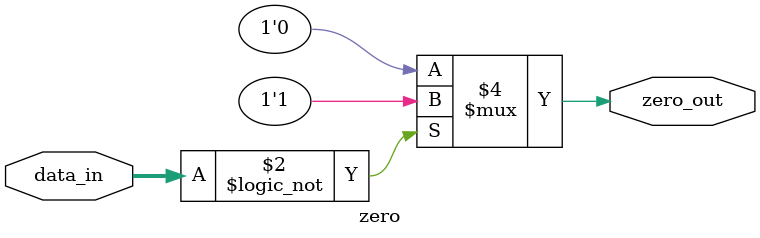
<source format=v>

module zero (
  data_in,
  zero_out
);

// Parameter definition
parameter DATA_WIDTH = 4;

// Input and output definition
input [DATA_WIDTH-1:0] data_in;
output reg zero_out;

// Combinational logic
always @ ( * ) begin
  if (data_in == 0)
    zero_out = 1'b1;
  else
    zero_out = 1'b0;
end

endmodule

</source>
